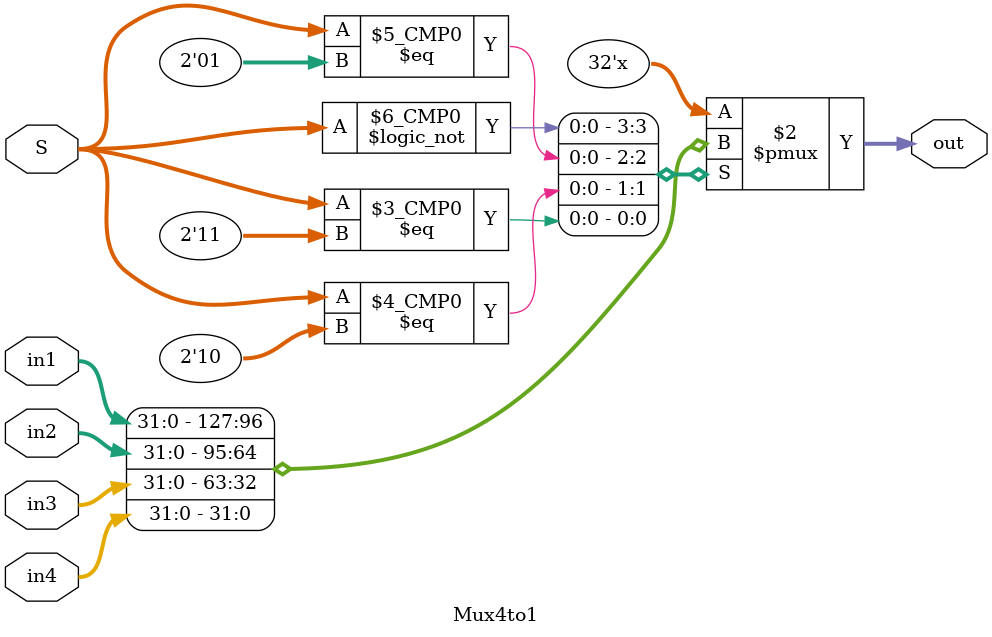
<source format=v>
module Mux4to1 #(parameter size = 32) (in1,in2,in3,in4,S,out);

input[size-1:0] in1,in2,in3,in4;
input[1:0] S;
output reg[size-1:0] out;

always @(*)
	begin
	case(S)
		2'b00: out = in1;
		2'b01: out = in2;
		2'b10: out = in3;
		2'b11: out = in4;
	
		default: out = 0;
		
	endcase
	end 	
endmodule 
</source>
